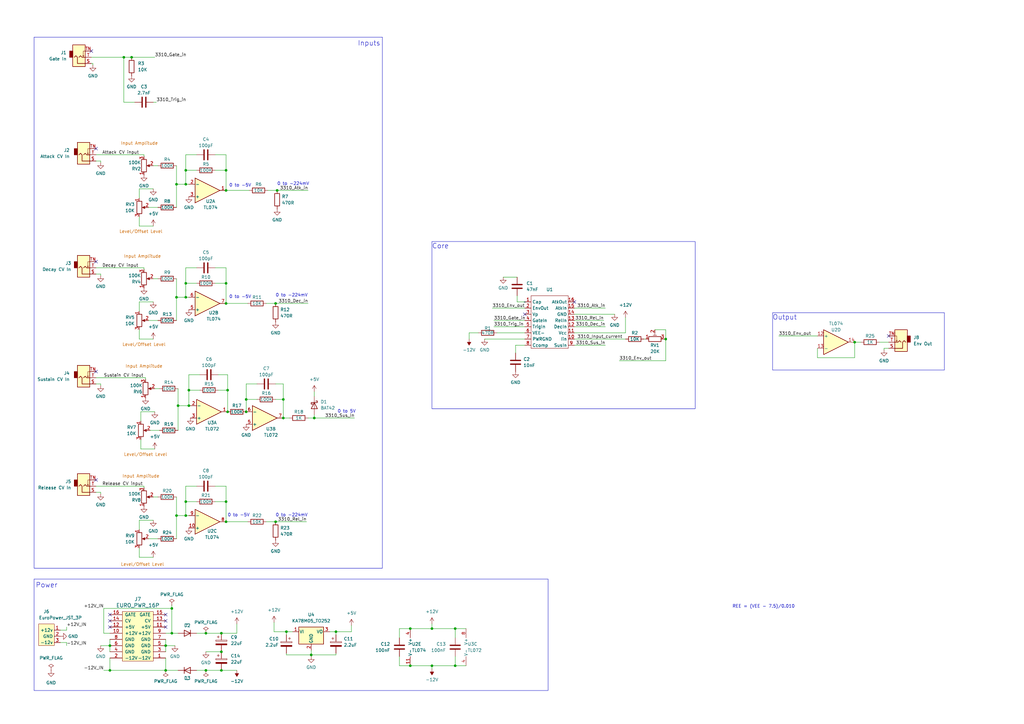
<source format=kicad_sch>
(kicad_sch (version 20230121) (generator eeschema)
  (paper "A3")
  (title_block (title "Eurorack AS3310 ADSR") (date "2024-02-07") (rev "0.1.1") (company "DIYSynthMNL") (comment 1 "This version is a prototype") (comment 2 "CV Version"))
  (lib_symbols
    (symbol "Amplifier_Operational:TL072" (pin_names (offset 0.127))
      (property "Reference" "U" (at 0 5.08 0))
      (property "Value" "TL072" (at 0 -5.08 0))
      (symbol "TL072_1_1"
        (polyline (pts (xy -5.08 5.08) (xy 5.08 0) (xy -5.08 -5.08) (xy -5.08 5.08)) (stroke (width 0.254)) (fill (type background)))
        (pin output line (at 7.62 0 180) (length 2.54) (name "~") (number "1"))
        (pin input line (at -7.62 -2.54 0) (length 2.54) (name "-") (number "2"))
        (pin input line (at -7.62 2.54 0) (length 2.54) (name "+") (number "3"))
      )
      (symbol "TL072_2_1"
        (polyline (pts (xy -5.08 5.08) (xy 5.08 0) (xy -5.08 -5.08) (xy -5.08 5.08)) (stroke (width 0.254)) (fill (type background)))
        (pin input line (at -7.62 2.54 0) (length 2.54) (name "+") (number "5"))
        (pin input line (at -7.62 -2.54 0) (length 2.54) (name "-") (number "6"))
        (pin output line (at 7.62 0 180) (length 2.54) (name "~") (number "7"))
      )
      (symbol "TL072_3_1"
        (pin power_in line (at -2.54 -7.62 90) (length 3.81) (name "V-") (number "4"))
        (pin power_in line (at -2.54 7.62 270) (length 3.81) (name "V+") (number "8"))
      )
    )
    (symbol "Amplifier_Operational:TL074" (pin_names (offset 0.127))
      (property "Reference" "U" (at 0 5.08 0))
      (property "Value" "TL074" (at 0 -5.08 0))
      (symbol "TL074_1_1"
        (polyline (pts (xy -5.08 5.08) (xy 5.08 0) (xy -5.08 -5.08) (xy -5.08 5.08)) (stroke (width 0.254)) (fill (type background)))
        (pin output line (at 7.62 0 180) (length 2.54) (name "~") (number "1"))
        (pin input line (at -7.62 -2.54 0) (length 2.54) (name "-") (number "2"))
        (pin input line (at -7.62 2.54 0) (length 2.54) (name "+") (number "3"))
      )
      (symbol "TL074_2_1"
        (polyline (pts (xy -5.08 5.08) (xy 5.08 0) (xy -5.08 -5.08) (xy -5.08 5.08)) (stroke (width 0.254)) (fill (type background)))
        (pin input line (at -7.62 2.54 0) (length 2.54) (name "+") (number "5"))
        (pin input line (at -7.62 -2.54 0) (length 2.54) (name "-") (number "6"))
        (pin output line (at 7.62 0 180) (length 2.54) (name "~") (number "7"))
      )
      (symbol "TL074_3_1"
        (polyline (pts (xy -5.08 5.08) (xy 5.08 0) (xy -5.08 -5.08) (xy -5.08 5.08)) (stroke (width 0.254)) (fill (type background)))
        (pin input line (at -7.62 2.54 0) (length 2.54) (name "+") (number "10"))
        (pin output line (at 7.62 0 180) (length 2.54) (name "~") (number "8"))
        (pin input line (at -7.62 -2.54 0) (length 2.54) (name "-") (number "9"))
      )
      (symbol "TL074_4_1"
        (polyline (pts (xy -5.08 5.08) (xy 5.08 0) (xy -5.08 -5.08) (xy -5.08 5.08)) (stroke (width 0.254)) (fill (type background)))
        (pin input line (at -7.62 2.54 0) (length 2.54) (name "+") (number "12"))
        (pin input line (at -7.62 -2.54 0) (length 2.54) (name "-") (number "13"))
        (pin output line (at 7.62 0 180) (length 2.54) (name "~") (number "14"))
      )
      (symbol "TL074_5_1"
        (pin power_in line (at -2.54 -7.62 90) (length 3.81) (name "V-") (number "11"))
        (pin power_in line (at -2.54 7.62 270) (length 3.81) (name "V+") (number "4"))
      )
    )
    (symbol "DIYSynthMNL:AS3310"
      (property "Reference" "U" (at 10.16 3.81 0))
      (symbol "AS3310_0_1"
        (rectangle (start 2.54 2.54) (end 17.78 -19.05))
      )
      (symbol "AS3310_1_1"
        (pin passive line (at 0 0 0) (length 2.54) (name "Cap") (number "1"))
        (pin input line (at 20.32 -15.24 180) (length 2.54) (name "Iin") (number "10"))
        (pin power_in line (at 20.32 -12.7 180) (length 2.54) (name "Vcc") (number "11"))
        (pin input line (at 20.32 -10.16 180) (length 2.54) (name "DecIn") (number "12"))
        (pin input line (at 20.32 -7.62 180) (length 2.54) (name "RelIn") (number "13"))
        (pin power_in line (at 20.32 -5.08 180) (length 2.54) (name "GND") (number "14"))
        (pin input line (at 20.32 -2.54 180) (length 2.54) (name "AtkIn") (number "15"))
        (pin output line (at 20.32 0 180) (length 2.54) (name "AtkOut") (number "16"))
        (pin output line (at 0 -2.54 0) (length 2.54) (name "EnvOut") (number "2"))
        (pin input line (at 0 -5.08 0) (length 2.54) (name "Vp") (number "3"))
        (pin input line (at 0 -7.62 0) (length 2.54) (name "GateIn") (number "4"))
        (pin input line (at 0 -10.16 0) (length 2.54) (name "TrigIn") (number "5"))
        (pin power_in line (at 0 -12.7 0) (length 2.54) (name "VEE-") (number "6"))
        (pin power_in line (at 0 -15.24 0) (length 2.54) (name "PWRGND") (number "7"))
        (pin passive line (at 0 -17.78 0) (length 2.54) (name "Ccomp") (number "8"))
        (pin input line (at 20.32 -17.78 180) (length 2.54) (name "SusIn") (number "9"))
      )
    )
    (symbol "DIYSynthMNL:EURO_PWR_16_PIN" (pin_names (offset 1.016))
      (property "Reference" "J" (at 0 -7.62 0))
      (property "Value" "EURO_PWR_16P" (at 0 16.51 0))
      (symbol "EURO_PWR_16_PIN_0_1"
        (rectangle (start -6.35 13.97) (end 6.35 -6.35) (fill (type background)))
      )
      (symbol "EURO_PWR_16_PIN_1_1"
        (pin power_in line (at 11.43 -5.08 180) (length 5.08) (name "-12V") (number "1"))
        (pin power_in line (at -11.43 5.08 0) (length 5.08) (name "+12V") (number "10"))
        (pin power_in line (at 11.43 7.62 180) (length 5.08) (name "+5V") (number "11"))
        (pin power_in line (at -11.43 7.62 0) (length 5.08) (name "+5V") (number "12"))
        (pin bidirectional line (at 11.43 10.16 180) (length 5.08) (name "CV") (number "13"))
        (pin bidirectional line (at -11.43 10.16 0) (length 5.08) (name "CV") (number "14"))
        (pin bidirectional line (at 11.43 12.7 180) (length 5.08) (name "GATE") (number "15"))
        (pin bidirectional line (at -11.43 12.7 0) (length 5.08) (name "GATE") (number "16"))
        (pin power_in line (at -11.43 -5.08 0) (length 5.08) (name "-12V") (number "2"))
        (pin power_in line (at 11.43 -2.54 180) (length 5.08) (name "GND") (number "3"))
        (pin power_in line (at -11.43 -2.54 0) (length 5.08) (name "GND") (number "4"))
        (pin power_in line (at 11.43 0 180) (length 5.08) (name "GND") (number "5"))
        (pin power_in line (at -11.43 0 0) (length 5.08) (name "GND") (number "6"))
        (pin power_in line (at 11.43 2.54 180) (length 5.08) (name "GND") (number "7"))
        (pin power_in line (at -11.43 2.54 0) (length 5.08) (name "GND") (number "8"))
        (pin power_in line (at 11.43 5.08 180) (length 5.08) (name "+12V") (number "9"))
      )
    )
    (symbol "DIYSynthMNL:JST_Eurorack_power_3P"
      (property "Reference" "J" (at -3.81 1.27 0))
      (property "Value" "EuroPower_JST_3P" (at -2.54 -10.16 0))
      (symbol "JST_Eurorack_power_3P_1_1"
        (rectangle (start -6.35 0) (end 0 -8.89) (fill (type background)))
        (pin power_in line (at 2.54 -2.54 180) (length 2.54) (name "+12v") (number "1"))
        (pin power_in line (at 2.54 -5.08 180) (length 2.54) (name "GND") (number "2"))
        (pin power_in line (at 2.54 -7.62 180) (length 2.54) (name "-12v") (number "3"))
      )
    )
    (symbol "DIYSynthMNL:PJ3001F"
      (property "Reference" "J" (at 0 8.89 0))
      (property "Value" "PJ3001F" (at 0 6.35 0))
      (symbol "PJ3001F_0_1"
        (rectangle (start -3.81 0) (end -2.54 -2.54) (stroke (width 0.254)) (fill (type outline)))
        (rectangle (start -2.54 3.81) (end 2.54 -5.08) (stroke (width 0.254)) (fill (type background)))
        (polyline (pts (xy 1.778 -0.254) (xy 2.032 -0.762)))
        (polyline (pts (xy 0 0) (xy 0.635 -0.635) (xy 1.27 0) (xy 2.54 0)) (stroke (width 0.254)))
        (polyline (pts (xy 2.54 -2.54) (xy 1.778 -2.54) (xy 1.778 -0.254) (xy 1.524 -0.762)))
        (polyline (pts (xy 2.54 2.54) (xy -0.635 2.54) (xy -0.635 0) (xy -1.27 -0.635) (xy -1.905 0)) (stroke (width 0.254)))
      )
      (symbol "PJ3001F_1_1"
        (pin passive line (at 5.08 2.54 180) (length 2.54) (name "~") (number "S"))
        (pin passive line (at 5.08 0 180) (length 2.54) (name "~") (number "T"))
        (pin passive line (at 5.08 -2.54 180) (length 2.54) (name "~") (number "TN"))
      )
    )
    (symbol "Device:C" (pin_numbers hide) (pin_names (offset 0.254))
      (property "Reference" "C" (at 0.635 2.54 0))
      (property "Value" "C" (at 0.635 -2.54 0))
      (symbol "C_0_1"
        (polyline (pts (xy -2.032 -0.762) (xy 2.032 -0.762)) (stroke (width 0.508)))
        (polyline (pts (xy -2.032 0.762) (xy 2.032 0.762)) (stroke (width 0.508)))
      )
      (symbol "C_1_1"
        (pin passive line (at 0 3.81 270) (length 2.794) (name "~") (number "1"))
        (pin passive line (at 0 -3.81 90) (length 2.794) (name "~") (number "2"))
      )
    )
    (symbol "Device:C_Polarized" (pin_numbers hide) (pin_names (offset 0.254))
      (property "Reference" "C" (at 0.635 2.54 0))
      (property "Value" "C_Polarized" (at 0.635 -2.54 0))
      (symbol "C_Polarized_0_1"
        (rectangle (start -2.286 0.508) (end 2.286 1.016))
        (polyline (pts (xy -1.778 2.286) (xy -0.762 2.286)))
        (polyline (pts (xy -1.27 2.794) (xy -1.27 1.778)))
        (rectangle (start 2.286 -0.508) (end -2.286 -1.016) (fill (type outline)))
      )
      (symbol "C_Polarized_1_1"
        (pin passive line (at 0 3.81 270) (length 2.794) (name "~") (number "1"))
        (pin passive line (at 0 -3.81 90) (length 2.794) (name "~") (number "2"))
      )
    )
    (symbol "Device:D" (pin_numbers hide) (pin_names (offset 1.016) hide)
      (property "Reference" "D" (at 0 2.54 0))
      (property "Value" "D" (at 0 -2.54 0))
      (symbol "D_0_1"
        (polyline (pts (xy -1.27 1.27) (xy -1.27 -1.27)) (stroke (width 0.254)))
        (polyline (pts (xy 1.27 0) (xy -1.27 0)))
        (polyline (pts (xy 1.27 1.27) (xy 1.27 -1.27) (xy -1.27 0) (xy 1.27 1.27)) (stroke (width 0.254)))
      )
      (symbol "D_1_1"
        (pin passive line (at -3.81 0 0) (length 2.54) (name "K") (number "1"))
        (pin passive line (at 3.81 0 180) (length 2.54) (name "A") (number "2"))
      )
    )
    (symbol "Device:D_Schottky" (pin_numbers hide) (pin_names (offset 1.016) hide)
      (property "Reference" "D" (at 0 2.54 0))
      (property "Value" "D_Schottky" (at 0 -2.54 0))
      (symbol "D_Schottky_0_1"
        (polyline (pts (xy 1.27 0) (xy -1.27 0)))
        (polyline (pts (xy 1.27 1.27) (xy 1.27 -1.27) (xy -1.27 0) (xy 1.27 1.27)) (stroke (width 0.254)))
        (polyline (pts (xy -1.905 0.635) (xy -1.905 1.27) (xy -1.27 1.27) (xy -1.27 -1.27) (xy -0.635 -1.27) (xy -0.635 -0.635)) (stroke (width 0.254)))
      )
      (symbol "D_Schottky_1_1"
        (pin passive line (at -3.81 0 0) (length 2.54) (name "K") (number "1"))
        (pin passive line (at 3.81 0 180) (length 2.54) (name "A") (number "2"))
      )
    )
    (symbol "Device:R" (pin_numbers hide) (pin_names (offset 0))
      (property "Reference" "R" (at 2.032 0 90))
      (property "Value" "R" (at 0 0 90))
      (symbol "R_0_1"
        (rectangle (start -1.016 -2.54) (end 1.016 2.54) (stroke (width 0.254)))
      )
      (symbol "R_1_1"
        (pin passive line (at 0 3.81 270) (length 1.27) (name "~") (number "1"))
        (pin passive line (at 0 -3.81 90) (length 1.27) (name "~") (number "2"))
      )
    )
    (symbol "Device:R_Potentiometer" (pin_names (offset 1.016) hide)
      (property "Reference" "RV" (at -4.445 0 90))
      (property "Value" "R_Potentiometer" (at -2.54 0 90))
      (symbol "R_Potentiometer_0_1"
        (polyline (pts (xy 2.54 0) (xy 1.524 0)))
        (polyline (pts (xy 1.143 0) (xy 2.286 0.508) (xy 2.286 -0.508) (xy 1.143 0)) (fill (type outline)))
        (rectangle (start 1.016 2.54) (end -1.016 -2.54) (stroke (width 0.254)))
      )
      (symbol "R_Potentiometer_1_1"
        (pin passive line (at 0 3.81 270) (length 1.27) (name "1") (number "1"))
        (pin passive line (at 3.81 0 180) (length 1.27) (name "2") (number "2"))
        (pin passive line (at 0 -3.81 90) (length 1.27) (name "3") (number "3"))
      )
    )
    (symbol "Device:R_Potentiometer_Trim" (pin_names (offset 1.016) hide)
      (property "Reference" "RV" (at -4.445 0 90))
      (property "Value" "R_Potentiometer_Trim" (at -2.54 0 90))
      (symbol "R_Potentiometer_Trim_0_1"
        (polyline (pts (xy 1.524 0.762) (xy 1.524 -0.762)))
        (polyline (pts (xy 2.54 0) (xy 1.524 0)))
        (rectangle (start 1.016 2.54) (end -1.016 -2.54) (stroke (width 0.254)))
      )
      (symbol "R_Potentiometer_Trim_1_1"
        (pin passive line (at 0 3.81 270) (length 1.27) (name "1") (number "1"))
        (pin passive line (at 3.81 0 180) (length 1.27) (name "2") (number "2"))
        (pin passive line (at 0 -3.81 90) (length 1.27) (name "3") (number "3"))
      )
    )
    (symbol "Regulator_Linear:KA78M05_TO252" (pin_names (offset 0.254))
      (property "Reference" "U" (at -3.81 3.175 0))
      (property "Value" "KA78M05_TO252" (at 0 3.175 0))
      (symbol "KA78M05_TO252_0_1"
        (rectangle (start -5.08 1.905) (end 5.08 -5.08) (stroke (width 0.254)) (fill (type background)))
      )
      (symbol "KA78M05_TO252_1_1"
        (pin power_in line (at -7.62 0 0) (length 2.54) (name "VI") (number "1"))
        (pin power_in line (at 0 -7.62 90) (length 2.54) (name "GND") (number "2"))
        (pin power_out line (at 7.62 0 180) (length 2.54) (name "VO") (number "3"))
      )
    )
    (symbol "power:+12V" (power) (pin_names (offset 0))
      (property "Value" "+12V" (at 0 3.556 0))
      (symbol "+12V_0_1"
        (polyline (pts (xy -0.762 1.27) (xy 0 2.54)))
        (polyline (pts (xy 0 0) (xy 0 2.54)))
        (polyline (pts (xy 0 2.54) (xy 0.762 1.27)))
      )
      (symbol "+12V_1_1"
        (pin power_in line (at 0 0 90) (length 0) hide (name "+12V") (number "1"))
      )
    )
    (symbol "power:+5V" (power) (pin_names (offset 0))
      (property "Value" "+5V" (at 0 3.556 0))
      (symbol "+5V_0_1"
        (polyline (pts (xy -0.762 1.27) (xy 0 2.54)))
        (polyline (pts (xy 0 0) (xy 0 2.54)))
        (polyline (pts (xy 0 2.54) (xy 0.762 1.27)))
      )
      (symbol "+5V_1_1"
        (pin power_in line (at 0 0 90) (length 0) hide (name "+5V") (number "1"))
      )
    )
    (symbol "power:-12V" (power) (pin_names (offset 0))
      (property "Value" "-12V" (at 0 3.81 0))
      (symbol "-12V_0_0"
        (pin power_in line (at 0 0 90) (length 0) hide (name "-12V") (number "1"))
      )
      (symbol "-12V_0_1"
        (polyline (pts (xy 0 0) (xy 0 1.27) (xy 0.762 1.27) (xy 0 2.54) (xy -0.762 1.27) (xy 0 1.27)) (fill (type outline)))
      )
    )
    (symbol "power:GND" (power) (pin_names (offset 0))
      (property "Value" "GND" (at 0 -3.81 0))
      (symbol "GND_0_1"
        (polyline (pts (xy 0 0) (xy 0 -1.27) (xy 1.27 -1.27) (xy 0 -2.54) (xy -1.27 -1.27) (xy 0 -1.27)))
      )
      (symbol "GND_1_1"
        (pin power_in line (at 0 0 270) (length 0) hide (name "GND") (number "1"))
      )
    )
    (symbol "power:PWR_FLAG" (power) (pin_numbers hide) (pin_names (offset 0) hide)
      (property "Value" "PWR_FLAG" (at 0 3.81 0))
      (symbol "PWR_FLAG_0_0"
        (pin power_out line (at 0 0 90) (length 0) (name "pwr") (number "1"))
      )
      (symbol "PWR_FLAG_0_1"
        (polyline (pts (xy 0 0) (xy 0 1.27) (xy -1.016 1.905) (xy 0 2.54) (xy 1.016 1.905) (xy 0 1.27)))
      )
    )
  )
  (junction (at 92.71 124.46))
  (junction (at 76.2 211.455))
  (junction (at 93.345 168.91))
  (junction (at 84.455 274.955))
  (junction (at 45.085 274.955))
  (junction (at 116.205 163.83))
  (junction (at 76.2 121.92))
  (junction (at 67.945 264.795))
  (junction (at 76.2 69.85))
  (junction (at 72.39 121.92))
  (junction (at 92.71 116.205))
  (junction (at 100.965 168.91))
  (junction (at 73.025 166.37))
  (junction (at 177.165 273.05))
  (junction (at 92.71 78.105))
  (junction (at 92.71 205.74))
  (junction (at 273.05 139.065))
  (junction (at 90.805 267.335))
  (junction (at 53.975 23.495))
  (junction (at 137.795 259.08))
  (junction (at 100.965 163.83))
  (junction (at 76.2 75.565))
  (junction (at 77.47 166.37))
  (junction (at 168.275 273.05))
  (junction (at 70.485 259.715))
  (junction (at 90.805 259.715))
  (junction (at 76.2 205.74))
  (junction (at 93.345 160.02))
  (junction (at 113.665 78.105))
  (junction (at 72.39 75.565))
  (junction (at 113.03 213.995))
  (junction (at 177.165 257.81))
  (junction (at 77.47 160.02))
  (junction (at 117.475 259.08))
  (junction (at 92.71 69.85))
  (junction (at 84.455 259.715))
  (junction (at 72.39 211.455))
  (junction (at 70.485 249.555))
  (junction (at 45.085 264.795))
  (junction (at 76.2 116.205))
  (junction (at 168.275 257.81))
  (junction (at 92.71 213.995))
  (junction (at 90.805 274.955))
  (junction (at 113.03 124.46))
  (junction (at 350.52 140.335))
  (junction (at 127.635 268.605))
  (junction (at 186.69 273.05))
  (junction (at 67.945 274.955))
  (junction (at 186.69 257.81))
  (junction (at 50.8 23.495))
  (junction (at 128.905 171.45))
  (junction (at 116.205 171.45))
  (no_connect (at 215.265 128.905))
  (no_connect (at 364.49 137.795))
  (no_connect (at 37.465 20.955))
  (no_connect (at 45.085 257.175))
  (no_connect (at 39.37 152.4))
  (no_connect (at 67.945 252.095))
  (no_connect (at 39.37 60.96))
  (no_connect (at 235.585 123.825))
  (no_connect (at 67.945 254.635))
  (no_connect (at 67.945 257.175))
  (no_connect (at 45.085 254.635))
  (no_connect (at 45.085 252.095))
  (no_connect (at 39.37 107.315))
  (no_connect (at 39.37 196.85))
  (wire (pts (xy 177.165 255.905) (xy 177.165 257.81)))
  (wire (pts (xy 92.71 213.995) (xy 92.71 205.74)))
  (wire (pts (xy 57.15 81.28) (xy 57.15 77.47)))
  (wire (pts (xy 39.37 63.5) (xy 59.055 63.5)))
  (wire (pts (xy 45.085 259.715) (xy 42.545 259.715)))
  (wire (pts (xy 235.585 133.985) (xy 248.285 133.985)))
  (wire (pts (xy 92.71 78.105) (xy 92.71 69.85)))
  (wire (pts (xy 57.785 184.15) (xy 63.5 184.15)))
  (wire (pts (xy 235.585 131.445) (xy 247.65 131.445)))
  (wire (pts (xy 198.755 139.065) (xy 215.265 139.065)))
  (wire (pts (xy 206.375 113.665) (xy 212.09 113.665)))
  (wire (pts (xy 57.15 127.635) (xy 57.15 123.825)))
  (wire (pts (xy 27.305 263.525) (xy 27.305 264.795)))
  (wire (pts (xy 24.765 258.445) (xy 27.305 258.445)))
  (wire (pts (xy 70.485 248.285) (xy 70.485 249.555)))
  (wire (pts (xy 57.15 77.47) (xy 62.865 77.47)))
  (wire (pts (xy 60.96 85.09) (xy 64.77 85.09)))
  (wire (pts (xy 92.71 205.74) (xy 88.265 205.74)))
  (wire (pts (xy 61.595 176.53) (xy 65.405 176.53)))
  (wire (pts (xy 77.47 166.37) (xy 78.105 166.37)))
  (wire (pts (xy 88.265 109.855) (xy 92.71 109.855)))
  (wire (pts (xy 67.945 262.255) (xy 67.945 264.795)))
  (wire (pts (xy 144.145 259.08) (xy 144.145 256.54)))
  (wire (pts (xy 360.68 140.335) (xy 364.49 140.335)))
  (wire (pts (xy 84.455 259.715) (xy 90.805 259.715)))
  (wire (pts (xy 350.52 146.685) (xy 350.52 140.335)))
  (wire (pts (xy 76.2 109.855) (xy 76.2 116.205)))
  (wire (pts (xy 76.2 199.39) (xy 76.2 205.74)))
  (wire (pts (xy 76.2 211.455) (xy 77.47 211.455)))
  (wire (pts (xy 90.805 274.955) (xy 97.155 274.955)))
  (wire (pts (xy 128.905 160.655) (xy 128.905 162.56)))
  (wire (pts (xy 57.785 168.91) (xy 63.5 168.91)))
  (wire (pts (xy 72.39 114.3) (xy 72.39 121.92)))
  (wire (pts (xy 80.645 199.39) (xy 76.2 199.39)))
  (wire (pts (xy 211.455 141.605) (xy 211.455 144.78)))
  (wire (pts (xy 90.805 259.715) (xy 97.155 259.715)))
  (wire (pts (xy 127.635 268.605) (xy 127.635 269.24)))
  (wire (pts (xy 72.39 211.455) (xy 76.2 211.455)))
  (wire (pts (xy 41.275 112.395) (xy 41.275 113.03)))
  (wire (pts (xy 212.09 123.825) (xy 215.265 123.825)))
  (wire (pts (xy 235.585 136.525) (xy 256.54 136.525)))
  (wire (pts (xy 273.05 135.255) (xy 273.05 139.065)))
  (wire (pts (xy 57.15 224.79) (xy 57.15 228.6)))
  (wire (pts (xy 177.165 257.81) (xy 186.69 257.81)))
  (wire (pts (xy 137.795 259.08) (xy 137.795 260.35)))
  (wire (pts (xy 57.15 139.065) (xy 62.865 139.065)))
  (wire (pts (xy 186.69 257.81) (xy 186.69 261.62)))
  (wire (pts (xy 84.455 274.955) (xy 90.805 274.955)))
  (wire (pts (xy 215.265 141.605) (xy 211.455 141.605)))
  (wire (pts (xy 81.915 153.67) (xy 77.47 153.67)))
  (wire (pts (xy 57.15 217.17) (xy 57.15 213.36)))
  (wire (pts (xy 117.475 259.08) (xy 120.015 259.08)))
  (wire (pts (xy 212.09 121.285) (xy 212.09 123.825)))
  (wire (pts (xy 109.855 78.105) (xy 113.665 78.105)))
  (wire (pts (xy 128.905 170.18) (xy 128.905 171.45)))
  (wire (pts (xy 76.2 116.205) (xy 76.2 121.92)))
  (wire (pts (xy 109.22 213.995) (xy 113.03 213.995)))
  (wire (pts (xy 92.71 124.46) (xy 101.6 124.46)))
  (wire (pts (xy 177.165 273.05) (xy 177.165 274.32)))
  (wire (pts (xy 67.945 264.795) (xy 67.945 267.335)))
  (wire (pts (xy 93.345 168.91) (xy 93.345 160.02)))
  (wire (pts (xy 50.8 41.91) (xy 55.245 41.91)))
  (wire (pts (xy 186.69 273.05) (xy 186.69 269.24)))
  (wire (pts (xy 92.71 63.5) (xy 92.71 69.85)))
  (wire (pts (xy 88.265 199.39) (xy 92.71 199.39)))
  (wire (pts (xy 72.39 75.565) (xy 72.39 85.09)))
  (wire (pts (xy 57.15 135.255) (xy 57.15 139.065)))
  (wire (pts (xy 64.135 41.91) (xy 62.865 41.91)))
  (wire (pts (xy 168.275 257.81) (xy 177.165 257.81)))
  (wire (pts (xy 72.39 67.945) (xy 72.39 75.565)))
  (wire (pts (xy 203.835 136.525) (xy 215.265 136.525)))
  (wire (pts (xy 73.025 166.37) (xy 77.47 166.37)))
  (wire (pts (xy 192.405 136.525) (xy 192.405 139.065)))
  (wire (pts (xy 113.03 157.48) (xy 116.205 157.48)))
  (wire (pts (xy 72.39 211.455) (xy 72.39 220.98)))
  (wire (pts (xy 39.37 199.39) (xy 59.055 199.39)))
  (wire (pts (xy 72.39 203.835) (xy 72.39 211.455)))
  (wire (pts (xy 67.945 264.795) (xy 71.755 264.795)))
  (wire (pts (xy 145.415 171.45) (xy 128.905 171.45)))
  (wire (pts (xy 67.945 259.715) (xy 70.485 259.715)))
  (wire (pts (xy 62.865 67.945) (xy 64.77 67.945)))
  (wire (pts (xy 168.275 273.05) (xy 177.165 273.05)))
  (wire (pts (xy 112.395 255.27) (xy 112.395 259.08)))
  (wire (pts (xy 39.37 154.94) (xy 59.69 154.94)))
  (wire (pts (xy 37.465 26.035) (xy 38.1 26.035)))
  (wire (pts (xy 168.275 257.81) (xy 163.83 257.81)))
  (wire (pts (xy 53.975 23.495) (xy 63.5 23.495)))
  (wire (pts (xy 135.255 259.08) (xy 137.795 259.08)))
  (wire (pts (xy 73.025 159.385) (xy 73.025 166.37)))
  (wire (pts (xy 105.41 157.48) (xy 100.965 157.48)))
  (wire (pts (xy 93.345 153.67) (xy 93.345 160.02)))
  (wire (pts (xy 41.275 157.48) (xy 41.275 158.115)))
  (wire (pts (xy 268.605 135.255) (xy 273.05 135.255)))
  (wire (pts (xy 73.025 166.37) (xy 73.025 176.53)))
  (wire (pts (xy 92.71 78.105) (xy 102.235 78.105)))
  (wire (pts (xy 112.395 259.08) (xy 117.475 259.08)))
  (wire (pts (xy 273.05 147.955) (xy 254 147.955)))
  (wire (pts (xy 92.71 109.855) (xy 92.71 116.205)))
  (wire (pts (xy 72.39 121.92) (xy 76.2 121.92)))
  (wire (pts (xy 350.52 140.335) (xy 353.06 140.335)))
  (wire (pts (xy 113.03 213.995) (xy 125.73 213.995)))
  (wire (pts (xy 76.2 205.74) (xy 76.2 211.455)))
  (wire (pts (xy 117.475 267.97) (xy 117.475 268.605)))
  (wire (pts (xy 60.96 220.98) (xy 64.77 220.98)))
  (wire (pts (xy 100.965 157.48) (xy 100.965 163.83)))
  (wire (pts (xy 45.085 274.955) (xy 42.545 274.955)))
  (wire (pts (xy 273.05 139.065) (xy 272.415 139.065)))
  (wire (pts (xy 76.2 75.565) (xy 77.47 75.565)))
  (wire (pts (xy 89.535 153.67) (xy 93.345 153.67)))
  (wire (pts (xy 80.645 116.205) (xy 76.2 116.205)))
  (wire (pts (xy 57.15 92.71) (xy 62.865 92.71)))
  (wire (pts (xy 24.765 263.525) (xy 27.305 263.525)))
  (wire (pts (xy 39.37 66.04) (xy 41.275 66.04)))
  (wire (pts (xy 41.275 66.04) (xy 41.275 66.675)))
  (wire (pts (xy 93.345 160.02) (xy 89.535 160.02)))
  (wire (pts (xy 39.37 109.855) (xy 59.055 109.855)))
  (wire (pts (xy 76.2 121.92) (xy 77.47 121.92)))
  (wire (pts (xy 201.93 126.365) (xy 215.265 126.365)))
  (wire (pts (xy 39.37 201.93) (xy 41.275 201.93)))
  (wire (pts (xy 38.1 26.035) (xy 38.1 26.67)))
  (wire (pts (xy 42.545 259.715) (xy 42.545 249.555)))
  (wire (pts (xy 273.05 147.955) (xy 273.05 139.065)))
  (wire (pts (xy 37.465 23.495) (xy 50.8 23.495)))
  (wire (pts (xy 80.645 205.74) (xy 76.2 205.74)))
  (wire (pts (xy 67.945 274.955) (xy 67.945 269.875)))
  (wire (pts (xy 202.565 131.445) (xy 215.265 131.445)))
  (wire (pts (xy 127.635 268.605) (xy 137.795 268.605)))
  (wire (pts (xy 92.71 69.85) (xy 88.265 69.85)))
  (wire (pts (xy 59.055 63.5) (xy 59.055 64.135)))
  (wire (pts (xy 113.03 163.83) (xy 116.205 163.83)))
  (wire (pts (xy 116.205 163.83) (xy 116.205 171.45)))
  (wire (pts (xy 72.39 121.92) (xy 72.39 131.445)))
  (wire (pts (xy 45.085 264.795) (xy 45.085 267.335)))
  (wire (pts (xy 92.71 199.39) (xy 92.71 205.74)))
  (wire (pts (xy 59.69 154.94) (xy 59.69 155.575)))
  (wire (pts (xy 80.645 69.85) (xy 76.2 69.85)))
  (wire (pts (xy 62.865 203.835) (xy 64.77 203.835)))
  (wire (pts (xy 364.49 142.875) (xy 362.585 142.875)))
  (wire (pts (xy 113.665 78.105) (xy 126.365 78.105)))
  (wire (pts (xy 59.055 199.39) (xy 59.055 200.025)))
  (wire (pts (xy 335.28 142.875) (xy 335.28 146.685)))
  (wire (pts (xy 77.47 160.02) (xy 77.47 166.37)))
  (wire (pts (xy 39.37 112.395) (xy 41.275 112.395)))
  (wire (pts (xy 41.275 201.93) (xy 41.275 202.565)))
  (wire (pts (xy 100.965 163.83) (xy 100.965 168.91)))
  (wire (pts (xy 77.47 153.67) (xy 77.47 160.02)))
  (wire (pts (xy 84.455 267.335) (xy 90.805 267.335)))
  (wire (pts (xy 70.485 249.555) (xy 70.485 259.715)))
  (wire (pts (xy 70.485 259.715) (xy 73.025 259.715)))
  (wire (pts (xy 57.15 88.9) (xy 57.15 92.71)))
  (wire (pts (xy 92.71 213.995) (xy 101.6 213.995)))
  (wire (pts (xy 163.83 273.05) (xy 168.275 273.05)))
  (wire (pts (xy 137.795 268.605) (xy 137.795 267.97)))
  (wire (pts (xy 256.54 136.525) (xy 256.54 130.175)))
  (wire (pts (xy 92.71 124.46) (xy 92.71 116.205)))
  (wire (pts (xy 88.265 63.5) (xy 92.71 63.5)))
  (wire (pts (xy 59.055 109.855) (xy 59.055 110.49)))
  (wire (pts (xy 235.585 139.065) (xy 256.54 139.065)))
  (wire (pts (xy 81.915 160.02) (xy 77.47 160.02)))
  (wire (pts (xy 264.16 139.065) (xy 264.795 139.065)))
  (wire (pts (xy 80.645 109.855) (xy 76.2 109.855)))
  (wire (pts (xy 235.585 126.365) (xy 248.285 126.365)))
  (wire (pts (xy 27.305 258.445) (xy 27.305 257.175)))
  (wire (pts (xy 196.215 136.525) (xy 192.405 136.525)))
  (wire (pts (xy 319.405 137.795) (xy 335.28 137.795)))
  (wire (pts (xy 113.03 124.46) (xy 126.365 124.46)))
  (wire (pts (xy 41.275 264.795) (xy 45.085 264.795)))
  (wire (pts (xy 117.475 260.35) (xy 117.475 259.08)))
  (wire (pts (xy 163.83 257.81) (xy 163.83 261.62)))
  (wire (pts (xy 177.165 273.05) (xy 186.69 273.05)))
  (wire (pts (xy 45.085 269.875) (xy 45.085 274.955)))
  (wire (pts (xy 60.96 131.445) (xy 64.77 131.445)))
  (wire (pts (xy 45.085 262.255) (xy 45.085 264.795)))
  (wire (pts (xy 116.205 171.45) (xy 118.745 171.45)))
  (wire (pts (xy 57.15 123.825) (xy 62.865 123.825)))
  (wire (pts (xy 57.785 180.34) (xy 57.785 184.15)))
  (wire (pts (xy 163.83 269.24) (xy 163.83 273.05)))
  (wire (pts (xy 335.28 146.685) (xy 350.52 146.685)))
  (wire (pts (xy 191.135 257.81) (xy 186.69 257.81)))
  (wire (pts (xy 191.135 273.05) (xy 186.69 273.05)))
  (wire (pts (xy 80.645 274.955) (xy 84.455 274.955)))
  (wire (pts (xy 50.8 23.495) (xy 53.975 23.495)))
  (wire (pts (xy 42.545 249.555) (xy 70.485 249.555)))
  (wire (pts (xy 116.205 157.48) (xy 116.205 163.83)))
  (wire (pts (xy 105.41 163.83) (xy 100.965 163.83)))
  (wire (pts (xy 137.795 259.08) (xy 144.145 259.08)))
  (wire (pts (xy 235.585 128.905) (xy 252.095 128.905)))
  (wire (pts (xy 92.71 116.205) (xy 88.265 116.205)))
  (wire (pts (xy 45.085 274.955) (xy 67.945 274.955)))
  (wire (pts (xy 362.585 142.875) (xy 362.585 143.51)))
  (wire (pts (xy 76.2 63.5) (xy 76.2 69.85)))
  (wire (pts (xy 109.22 124.46) (xy 113.03 124.46)))
  (wire (pts (xy 39.37 157.48) (xy 41.275 157.48)))
  (wire (pts (xy 57.15 228.6) (xy 62.865 228.6)))
  (wire (pts (xy 80.645 259.715) (xy 84.455 259.715)))
  (wire (pts (xy 73.025 274.955) (xy 67.945 274.955)))
  (wire (pts (xy 235.585 141.605) (xy 248.285 141.605)))
  (wire (pts (xy 117.475 268.605) (xy 127.635 268.605)))
  (wire (pts (xy 97.155 259.715) (xy 97.155 255.905)))
  (wire (pts (xy 127.635 266.7) (xy 127.635 268.605)))
  (wire (pts (xy 72.39 75.565) (xy 76.2 75.565)))
  (wire (pts (xy 76.2 69.85) (xy 76.2 75.565)))
  (wire (pts (xy 57.15 213.36) (xy 62.865 213.36)))
  (wire (pts (xy 128.905 171.45) (xy 126.365 171.45)))
  (wire (pts (xy 57.785 172.72) (xy 57.785 168.91)))
  (wire (pts (xy 202.565 133.985) (xy 215.265 133.985)))
  (wire (pts (xy 63.5 159.385) (xy 65.405 159.385)))
  (wire (pts (xy 80.645 63.5) (xy 76.2 63.5)))
  (wire (pts (xy 50.8 41.91) (xy 50.8 23.495)))
  (wire (pts (xy 62.865 114.3) (xy 64.77 114.3)))
  (rectangle (start 13.97 237.49) (end 224.79 283.21))
  (rectangle (start 177.165 99.06) (end 285.115 167.64))
  (rectangle (start 13.97 15.24) (end 156.845 233.045))
  (rectangle (start 316.865 128.27) (end 387.35 151.765))
  (text "0 to -224mV" (at 113.03 212.09 0) (effects (font (size 1.27 1.27)) (justify left bottom)))
  (text "Core" (at 177.165 102.235 0) (effects (font (size 2 2)) (justify left bottom)))
  (text "Level/Offset Level" (at 48.895 95.885 0) (effects (font (size 1.27 1.27)) (justify left bottom)))
  (text "Input Amplitude" (at 51.435 151.13 0) (effects (font (size 1.27 1.27)) (justify left bottom)))
  (text "0 to -224mV" (at 113.665 76.2 0) (effects (font (size 1.27 1.27)) (justify left bottom)))
  (text "REE = (VEE - 7.5)/0.010" (at 300.355 249.555 0) (effects (font (size 1.27 1.27)) (justify left bottom)))
  (text "0 to 5V" (at 138.43 169.545 0) (effects (font (size 1.27 1.27)) (justify left bottom)))
  (text "Level/Offset Level" (at 49.53 232.41 0) (effects (font (size 1.27 1.27)) (justify left bottom)))
  (text "Input Amplitude" (at 50.8 106.045 0) (effects (font (size 1.27 1.27)) (justify left bottom)))
  (text "0 to -224mV" (at 113.03 121.92 0) (effects (font (size 1.27 1.27)) (justify left bottom)))
  (text "Output" (at 316.865 131.445 0) (effects (font (size 2 2)) (justify left bottom)))
  (text "0 to -5V" (at 93.98 122.555 0) (effects (font (size 1.27 1.27)) (justify left bottom)))
  (text "Level/Offset Level" (at 50.8 187.325 0) (effects (font (size 1.27 1.27)) (justify left bottom)))
  (text "0 to -5V" (at 93.98 76.835 0) (effects (font (size 1.27 1.27)) (justify left bottom)))
  (text "Level/Offset Level" (at 50.165 142.24 0) (effects (font (size 1.27 1.27)) (justify left bottom)))
  (text "Input Amplitude" (at 49.53 59.69 0) (effects (font (size 1.27 1.27)) (justify left bottom)))
  (text "0 to -5V" (at 93.345 212.09 0) (effects (font (size 1.27 1.27)) (justify left bottom)))
  (text "Input Amplitude" (at 50.165 196.215 0) (effects (font (size 1.27 1.27)) (justify left bottom)))
  (text "Power" (at 14.605 241.3 0) (effects (font (size 2 2)) (justify left bottom)))
  (text "Inputs" (at 146.685 19.05 0) (effects (font (size 2 2)) (justify left bottom)))
  (label "-12V_IN" (at 42.545 274.955 180))
  (label "3310_Env_out" (at 201.93 126.365 0))
  (label "Decay CV input" (at 41.91 109.855 0))
  (label "3310_Trig_in" (at 202.565 133.985 0))
  (label "+12V_IN" (at 42.545 249.555 180))
  (label "3310_Env_out" (at 254 147.955 0))
  (label "-12V_IN" (at 27.305 264.795 0))
  (label "3310_Sus_in" (at 145.415 171.45 180))
  (label "Attack CV input" (at 41.91 63.5 0))
  (label "3310_Trig_in" (at 64.135 41.91 0))
  (label "3310_Sus_in" (at 248.285 141.605 180))
  (label "3310_Dec_in" (at 248.285 133.985 180))
  (label "3310_Atk_in" (at 126.365 78.105 180))
  (label "3310_Atk_in" (at 248.285 126.365 180))
  (label "+12V_IN" (at 27.305 257.175 0))
  (label "3310_Rel_in" (at 125.73 213.995 180))
  (label "Release CV input" (at 41.91 199.39 0))
  (label "3310_Rel_in" (at 247.65 131.445 180))
  (label "3310_Gate_in" (at 202.565 131.445 0))
  (label "Sustain CV input" (at 42.545 154.94 0))
  (label "3310_Dec_in" (at 126.365 124.46 180))
  (label "3310_Input_current" (at 255.27 139.065 180))
  (label "3310_Env_out" (at 319.405 137.795 0))
  (label "3310_Gate_in" (at 63.5 23.495 0))
  (symbol (lib_id "power:GND") (at 63.5 168.91 0) (unit 1)
    (property "Reference" "#PWR025" (effects hide))
    (property "Value" "GND" (at 63.5 173.355 0))
  )
  (symbol (lib_id "Device:R") (at 85.725 160.02 90) (unit 1)
    (property "Reference" "R15" (at 85.725 157.48 90))
    (property "Value" "100K" (at 85.725 160.02 90))
  )
  (symbol (lib_id "power:GND") (at 59.055 71.755 0) (unit 1)
    (property "Reference" "#PWR04" (effects hide))
    (property "Value" "GND" (at 59.055 76.2 0))
  )
  (symbol (lib_id "power:GND") (at 24.765 260.985 90) (unit 1)
    (property "Reference" "#PWR039" (effects hide))
    (property "Value" "GND" (at 27.94 260.985 90) (effects (justify right)))
  )
  (symbol (lib_id "power:GND") (at 127.635 269.24 0) (unit 1)
    (property "Reference" "#PWR043" (effects hide))
    (property "Value" "GND" (at 127.635 273.685 0))
  )
  (symbol (lib_id "power:GND") (at 113.03 221.615 0) (unit 1)
    (property "Reference" "#PWR033" (effects hide))
    (property "Value" "GND" (at 113.03 226.06 0))
  )
  (symbol (lib_id "power:+5V") (at 63.5 184.15 0) (unit 1)
    (property "Reference" "#PWR028" (effects hide))
    (property "Value" "+5V" (at 63.5 179.07 0))
  )
  (symbol (lib_id "Regulator_Linear:KA78M05_TO252") (at 127.635 259.08 0) (unit 1)
    (property "Reference" "U4" (at 127.635 252.095 0))
    (property "Value" "KA78M05_TO252" (at 127.635 254.635 0))
    (property "Footprint" "Package_TO_SOT_SMD:TO-252-2" (effects hide))
    (property "Datasheet" "https://www.onsemi.com/pub/Collateral/MC78M00-D.PDF" (effects hide))
  )
  (symbol (lib_id "DIYSynthMNL:PJ3001F") (at 369.57 140.335 180) (unit 1)
    (property "Reference" "J8" (at 374.65 138.43 0) (effects (justify right)))
    (property "Value" "Env Out" (at 374.65 140.97 0) (effects (justify right)))
    (property "Footprint" "DIYSynthMNL:AudioJack_3.5mm_long_pads" (effects hide))
  )
  (symbol (lib_id "power:GND") (at 198.755 139.065 0) (unit 1)
    (property "Reference" "#PWR019" (effects hide))
    (property "Value" "GND" (at 198.755 143.51 0))
  )
  (symbol (lib_id "power:-12V") (at 97.155 274.955 180) (unit 1)
    (property "Reference" "#PWR046" (effects hide))
    (property "Value" "-12V" (at 97.155 279.4 0))
  )
  (symbol (lib_id "Device:R") (at 68.58 67.945 90) (unit 1)
    (property "Reference" "R4" (at 68.58 65.405 90))
    (property "Value" "100K" (at 68.58 67.945 90))
  )
  (symbol (lib_id "Device:R") (at 109.22 163.83 90) (unit 1)
    (property "Reference" "R16" (at 109.22 161.29 90))
    (property "Value" "100K" (at 109.22 163.83 90))
  )
  (symbol (lib_id "power:GND") (at 100.965 173.99 0) (unit 1)
    (property "Reference" "#PWR027" (effects hide))
    (property "Value" "GND" (at 100.965 178.435 0))
  )
  (symbol (lib_id "DIYSynthMNL:EURO_PWR_16_PIN") (at 56.515 264.795 0) (unit 1)
    (property "Reference" "J7" (at 56.515 245.745 0) (effects (font (size 1.524 1.524))))
    (property "Value" "EURO_PWR_16P" (at 56.515 248.285 0) (effects (font (size 1.524 1.524))))
    (property "Footprint" "DIYSynthMNL:IDC-Header_2x08_P2.54mm_Vertical" (effects hide))
  )
  (symbol (lib_id "power:PWR_FLAG") (at 70.485 248.285 0) (unit 1)
    (property "Reference" "#FLG01" (effects hide))
    (property "Value" "PWR_FLAG" (at 70.485 243.84 0))
  )
  (symbol (lib_id "Device:R") (at 356.87 140.335 90) (unit 1)
    (property "Reference" "R25" (at 356.87 137.795 90))
    (property "Value" "1K" (at 356.87 140.335 90))
  )
  (symbol (lib_id "power:PWR_FLAG") (at 20.955 274.955 0) (unit 1)
    (property "Reference" "#FLG03" (effects hide))
    (property "Value" "PWR_FLAG" (at 20.955 269.875 0))
  )
  (symbol (lib_id "power:+5V") (at 62.865 139.065 0) (unit 1)
    (property "Reference" "#PWR017" (effects hide))
    (property "Value" "+5V" (at 62.865 133.985 0))
  )
  (symbol (lib_id "Device:R") (at 113.665 81.915 180) (unit 1)
    (property "Reference" "R7" (at 115.57 80.645 0) (effects (justify right)))
    (property "Value" "470R" (at 115.57 83.185 0) (effects (justify right)))
  )
  (symbol (lib_id "Device:D_Schottky") (at 128.905 166.37 270) (unit 1)
    (property "Reference" "D1" (at 131.445 164.7825 90) (effects (justify left)))
    (property "Value" "BAT42" (at 131.445 167.3225 90) (effects (justify left)))
  )
  (symbol (lib_id "Device:R") (at 260.35 139.065 90) (unit 1)
    (property "Reference" "R2" (at 260.35 136.525 90))
    (property "Value" "10K" (at 260.35 139.065 90))
  )
  (symbol (lib_id "Device:C") (at 59.055 41.91 90) (unit 1)
    (property "Reference" "C3" (at 59.055 35.56 90))
    (property "Value" "2.7nF" (at 59.055 38.1 90))
  )
  (symbol (lib_id "power:+12V") (at 177.165 255.905 0) (unit 1)
    (property "Reference" "#PWR037" (effects hide))
    (property "Value" "+12V" (at 177.165 250.825 0))
  )
  (symbol (lib_id "power:GND") (at 84.455 267.335 0) (unit 1)
    (property "Reference" "#PWR042" (effects hide))
    (property "Value" "GND" (at 84.455 271.78 0))
  )
  (symbol (lib_id "Device:C_Polarized") (at 90.805 263.525 0) (unit 1)
    (property "Reference" "C9" (at 94.615 261.366 0) (effects (justify left)))
    (property "Value" "22uF" (at 94.615 263.906 0) (effects (justify left)))
    (property "Footprint" "DIYSynthMNL:CP_Radial_D4.0mm_P1.50mm" (effects hide))
  )
  (symbol (lib_id "power:GND") (at 206.375 113.665 0) (unit 1)
    (property "Reference" "#PWR010" (effects hide))
    (property "Value" "GND" (at 206.375 118.11 0))
  )
  (symbol (lib_id "power:GND") (at 53.975 31.115 0) (unit 1)
    (property "Reference" "#PWR02" (effects hide))
    (property "Value" "GND" (at 53.975 35.56 0))
  )
  (symbol (lib_id "DIYSynthMNL:PJ3001F") (at 34.29 109.855 0) (mirror x) (unit 1)
    (property "Reference" "J3" (at 29.21 107.95 0) (effects (justify right)))
    (property "Value" "Decay CV In" (at 29.21 110.49 0) (effects (justify right)))
    (property "Footprint" "DIYSynthMNL:AudioJack_3.5mm_long_pads" (effects hide))
  )
  (symbol (lib_id "power:+5V") (at 144.145 256.54 0) (unit 1)
    (property "Reference" "#PWR038" (effects hide))
    (property "Value" "+5V" (at 144.145 251.46 0))
  )
  (symbol (lib_id "power:GND") (at 59.055 118.11 0) (unit 1)
    (property "Reference" "#PWR011" (effects hide))
    (property "Value" "GND" (at 59.055 122.555 0))
  )
  (symbol (lib_id "Amplifier_Operational:TL074") (at 85.09 124.46 0) (mirror x) (unit 2)
    (property "Reference" "U2" (at 87.63 128.27 0))
    (property "Value" "TL074" (at 87.63 130.81 0))
    (property "Datasheet" "http://www.ti.com/lit/ds/symlink/tl071.pdf" (effects hide))
  )
  (symbol (lib_id "Device:R") (at 106.045 78.105 90) (unit 1)
    (property "Reference" "R6" (at 106.045 75.565 90))
    (property "Value" "10K" (at 106.045 78.105 90))
  )
  (symbol (lib_id "power:+12V") (at 256.54 130.175 0) (unit 1)
    (property "Reference" "#PWR015" (effects hide))
    (property "Value" "+12V" (at 256.54 125.095 0))
  )
  (symbol (lib_id "Device:C") (at 84.455 109.855 90) (unit 1)
    (property "Reference" "C5" (at 84.455 103.505 90))
    (property "Value" "100pF" (at 84.455 106.045 90))
  )
  (symbol (lib_id "Device:R") (at 97.155 168.91 90) (unit 1)
    (property "Reference" "R17" (at 97.155 166.37 90))
    (property "Value" "100K" (at 97.155 168.91 90))
  )
  (symbol (lib_id "Device:R") (at 68.58 114.3 90) (unit 1)
    (property "Reference" "R9" (at 68.58 111.76 90))
    (property "Value" "100K" (at 68.58 114.3 90))
  )
  (symbol (lib_id "Device:D") (at 76.835 259.715 180) (unit 1)
    (property "Reference" "D2" (at 76.835 256.54 0))
    (property "Value" "~" (at 76.835 255.905 0))
    (property "Footprint" "DIYSynthMNL:D_DO-41_SOD81_P7.62mm_Horizontal_BigPads" (effects hide))
    (property "Sim.Device" "D" (effects hide))
    (property "Sim.Pins" "1=K 2=A" (effects hide))
  )
  (symbol (lib_id "power:-12V") (at 192.405 139.065 180) (unit 1)
    (property "Reference" "#PWR018" (effects hide))
    (property "Value" "-12V" (at 192.405 143.51 0))
  )
  (symbol (lib_id "Amplifier_Operational:TL072") (at 108.585 171.45 0) (mirror x) (unit 2)
    (property "Reference" "U3" (at 111.125 175.895 0))
    (property "Value" "TL072" (at 111.125 178.435 0))
    (property "Datasheet" "http://www.ti.com/lit/ds/symlink/tl071.pdf" (effects hide))
  )
  (symbol (lib_id "Device:D") (at 76.835 274.955 0) (mirror x) (unit 1)
    (property "Reference" "D3" (at 76.835 278.13 0))
    (property "Value" "~" (at 76.835 278.765 0))
    (property "Footprint" "DIYSynthMNL:D_DO-41_SOD81_P7.62mm_Horizontal_BigPads" (effects hide))
    (property "Sim.Device" "D" (effects hide))
    (property "Sim.Pins" "1=K 2=A" (effects hide))
  )
  (symbol (lib_id "DIYSynthMNL:AS3310") (at 215.265 123.825 0) (unit 1)
    (property "Reference" "U1" (at 225.425 118.745 0))
    (property "Value" "~" (at 215.265 123.825 0))
  )
  (symbol (lib_id "power:GND") (at 20.955 274.955 0) (unit 1)
    (property "Reference" "#PWR045" (effects hide))
    (property "Value" "GND" (at 20.955 280.035 0))
  )
  (symbol (lib_id "Device:R_Potentiometer") (at 59.055 114.3 0) (mirror x) (unit 1)
    (property "Reference" "RV4" (at 57.785 115.57 0) (effects (justify right)))
    (property "Value" "100K" (at 57.785 113.03 0) (effects (justify right)))
  )
  (symbol (lib_id "Device:R") (at 84.455 116.205 90) (unit 1)
    (property "Reference" "R10" (at 84.455 113.665 90))
    (property "Value" "100K" (at 84.455 116.205 90))
  )
  (symbol (lib_id "power:PWR_FLAG") (at 84.455 274.955 180) (unit 1)
    (property "Reference" "#FLG05" (effects hide))
    (property "Value" "PWR_FLAG" (at 84.455 279.4 0))
  )
  (symbol (lib_id "Device:R") (at 113.03 128.27 180) (unit 1)
    (property "Reference" "R12" (at 114.935 127 0) (effects (justify right)))
    (property "Value" "470R" (at 114.935 129.54 0) (effects (justify right)))
  )
  (symbol (lib_id "power:PWR_FLAG") (at 67.945 274.955 180) (unit 1)
    (property "Reference" "#FLG04" (effects hide))
    (property "Value" "PWR_FLAG" (at 67.945 279.4 0))
  )
  (symbol (lib_id "Device:R") (at 105.41 124.46 90) (unit 1)
    (property "Reference" "R11" (at 105.41 121.92 90))
    (property "Value" "10K" (at 105.41 124.46 90))
  )
  (symbol (lib_id "Device:R") (at 69.215 159.385 90) (unit 1)
    (property "Reference" "R14" (at 69.215 156.845 90))
    (property "Value" "100K" (at 69.215 159.385 90))
  )
  (symbol (lib_id "power:GND") (at 41.275 202.565 0) (unit 1)
    (property "Reference" "#PWR029" (effects hide))
    (property "Value" "GND" (at 41.275 207.01 0))
  )
  (symbol (lib_id "power:GND") (at 362.585 143.51 0) (mirror y) (unit 1)
    (property "Reference" "#PWR020" (effects hide))
    (property "Value" "GND" (at 362.585 147.955 0))
  )
  (symbol (lib_id "Amplifier_Operational:TL072") (at 85.725 168.91 0) (mirror x) (unit 1)
    (property "Reference" "U3" (at 86.995 173.355 0))
    (property "Value" "TL072" (at 86.995 175.895 0))
    (property "Datasheet" "http://www.ti.com/lit/ds/symlink/tl071.pdf" (effects hide))
  )
  (symbol (lib_id "power:GND") (at 78.105 171.45 0) (unit 1)
    (property "Reference" "#PWR026" (effects hide))
    (property "Value" "GND" (at 78.105 175.895 0))
  )
  (symbol (lib_id "power:GND") (at 211.455 152.4 0) (unit 1)
    (property "Reference" "#PWR021" (effects hide))
    (property "Value" "GND" (at 211.455 156.845 0))
  )
  (symbol (lib_id "Device:R_Potentiometer") (at 57.15 220.98 0) (unit 1)
    (property "Reference" "RV9" (at 55.245 219.71 0) (effects (justify right)))
    (property "Value" "10K" (at 55.245 222.25 0) (effects (justify right)))
  )
  (symbol (lib_id "power:GND") (at 59.055 207.645 0) (unit 1)
    (property "Reference" "#PWR030" (effects hide))
    (property "Value" "GND" (at 59.055 212.09 0))
  )
  (symbol (lib_id "power:GND") (at 41.275 264.795 0) (unit 1)
    (property "Reference" "#PWR040" (effects hide))
    (property "Value" "GND" (at 41.275 269.24 0))
  )
  (symbol (lib_id "Device:R") (at 84.455 69.85 90) (unit 1)
    (property "Reference" "R5" (at 84.455 67.31 90))
    (property "Value" "100K" (at 84.455 69.85 90))
  )
  (symbol (lib_id "power:GND") (at 62.865 213.36 0) (unit 1)
    (property "Reference" "#PWR031" (effects hide))
    (property "Value" "GND" (at 62.865 217.805 0))
  )
  (symbol (lib_id "power:GND") (at 71.755 264.795 0) (unit 1)
    (property "Reference" "#PWR041" (effects hide))
    (property "Value" "GND" (at 71.755 269.24 0))
  )
  (symbol (lib_id "Device:R_Potentiometer") (at 59.69 159.385 0) (mirror x) (unit 1)
    (property "Reference" "RV6" (at 58.42 160.655 0) (effects (justify right)))
    (property "Value" "100K" (at 58.42 158.115 0) (effects (justify right)))
  )
  (symbol (lib_id "Amplifier_Operational:TL074") (at 85.09 78.105 0) (mirror x) (unit 1)
    (property "Reference" "U2" (at 86.36 82.55 0))
    (property "Value" "TL074" (at 86.36 85.09 0))
    (property "Datasheet" "http://www.ti.com/lit/ds/symlink/tl071.pdf" (effects hide))
  )
  (symbol (lib_id "Device:R_Potentiometer") (at 57.785 176.53 0) (unit 1)
    (property "Reference" "RV7" (at 55.88 175.26 0) (effects (justify right)))
    (property "Value" "10K" (at 55.88 177.8 0) (effects (justify right)))
  )
  (symbol (lib_id "power:GND") (at 62.865 123.825 0) (unit 1)
    (property "Reference" "#PWR012" (effects hide))
    (property "Value" "GND" (at 62.865 128.27 0))
  )
  (symbol (lib_id "Device:R") (at 200.025 136.525 90) (unit 1)
    (property "Reference" "R1" (at 200.025 134.62 90))
    (property "Value" "470R" (at 200.025 136.525 90))
  )
  (symbol (lib_id "Amplifier_Operational:TL074") (at 342.9 140.335 0) (unit 4)
    (property "Reference" "U2" (at 342.9 135.255 0))
    (property "Value" "TL074" (at 342.9 132.715 0))
    (property "Datasheet" "http://www.ti.com/lit/ds/symlink/tl071.pdf" (effects hide))
  )
  (symbol (lib_id "DIYSynthMNL:PJ3001F") (at 34.29 63.5 0) (mirror x) (unit 1)
    (property "Reference" "J2" (at 28.575 61.595 0) (effects (justify right)))
    (property "Value" "Attack CV In" (at 28.575 64.135 0) (effects (justify right)))
    (property "Footprint" "DIYSynthMNL:AudioJack_3.5mm_long_pads" (effects hide))
  )
  (symbol (lib_id "power:GND") (at 41.275 158.115 0) (unit 1)
    (property "Reference" "#PWR022" (effects hide))
    (property "Value" "GND" (at 41.275 162.56 0))
  )
  (symbol (lib_id "Device:R") (at 84.455 205.74 90) (unit 1)
    (property "Reference" "R21" (at 84.455 203.2 90))
    (property "Value" "100K" (at 84.455 205.74 90))
  )
  (symbol (lib_id "Amplifier_Operational:TL072") (at 193.675 265.43 0) (unit 3)
    (property "Reference" "U3" (at 191.77 264.16 0) (effects (justify left)))
    (property "Value" "TL072" (at 191.77 266.7 0) (effects (justify left)))
    (property "Datasheet" "http://www.ti.com/lit/ds/symlink/tl071.pdf" (effects hide))
  )
  (symbol (lib_id "Device:C") (at 163.83 265.43 0) (mirror y) (unit 1)
    (property "Reference" "C12" (at 160.02 264.16 0) (effects (justify left)))
    (property "Value" "100nF" (at 160.02 266.7 0) (effects (justify left)))
  )
  (symbol (lib_id "Device:R") (at 68.58 131.445 90) (unit 1)
    (property "Reference" "R13" (at 68.58 128.905 90))
    (property "Value" "100K" (at 68.58 131.445 90))
  )
  (symbol (lib_id "power:GND") (at 77.47 216.535 0) (unit 1)
    (property "Reference" "#PWR032" (effects hide))
    (property "Value" "GND" (at 77.47 220.98 0))
  )
  (symbol (lib_id "power:-12V") (at 177.165 274.32 180) (unit 1)
    (property "Reference" "#PWR044" (effects hide))
    (property "Value" "-12V" (at 177.165 278.765 0))
  )
  (symbol (lib_id "Device:R") (at 69.215 176.53 90) (unit 1)
    (property "Reference" "R19" (at 69.215 173.99 90))
    (property "Value" "100K" (at 69.215 176.53 90))
  )
  (symbol (lib_id "Device:C") (at 84.455 63.5 90) (unit 1)
    (property "Reference" "C4" (at 84.455 57.15 90))
    (property "Value" "100pF" (at 84.455 59.69 90))
  )
  (symbol (lib_id "power:GND") (at 252.095 128.905 0) (unit 1)
    (property "Reference" "#PWR014" (effects hide))
    (property "Value" "GND" (at 252.095 133.35 0))
  )
  (symbol (lib_id "Device:R") (at 122.555 171.45 90) (unit 1)
    (property "Reference" "R18" (at 122.555 168.91 90))
    (property "Value" "1K" (at 122.555 171.45 90))
  )
  (symbol (lib_id "power:GND") (at 77.47 80.645 0) (unit 1)
    (property "Reference" "#PWR06" (effects hide))
    (property "Value" "GND" (at 77.47 85.09 0))
  )
  (symbol (lib_id "DIYSynthMNL:PJ3001F") (at 32.385 23.495 0) (mirror x) (unit 1)
    (property "Reference" "J1" (at 27.305 21.59 0) (effects (justify right)))
    (property "Value" "Gate In" (at 27.305 24.13 0) (effects (justify right)))
    (property "Footprint" "DIYSynthMNL:AudioJack_3.5mm_long_pads" (effects hide))
  )
  (symbol (lib_id "Device:R_Potentiometer") (at 57.15 131.445 0) (unit 1)
    (property "Reference" "RV5" (at 55.245 130.175 0) (effects (justify right)))
    (property "Value" "10K" (at 55.245 132.715 0) (effects (justify right)))
  )
  (symbol (lib_id "power:GND") (at 62.865 77.47 0) (unit 1)
    (property "Reference" "#PWR05" (effects hide))
    (property "Value" "GND" (at 62.865 81.915 0))
  )
  (symbol (lib_id "Device:R") (at 68.58 85.09 90) (unit 1)
    (property "Reference" "R8" (at 68.58 82.55 90))
    (property "Value" "100K" (at 68.58 85.09 90))
  )
  (symbol (lib_id "Device:R") (at 105.41 213.995 90) (unit 1)
    (property "Reference" "R22" (at 105.41 211.455 90))
    (property "Value" "10K" (at 105.41 213.995 90))
  )
  (symbol (lib_id "Device:R_Potentiometer") (at 59.055 67.945 0) (mirror x) (unit 1)
    (property "Reference" "RV2" (at 57.785 69.215 0) (effects (justify right)))
    (property "Value" "100K" (at 57.785 66.675 0) (effects (justify right)))
  )
  (symbol (lib_id "Device:C") (at 186.69 265.43 0) (mirror y) (unit 1)
    (property "Reference" "C13" (at 182.88 264.16 0) (effects (justify left)))
    (property "Value" "100nF" (at 182.88 266.7 0) (effects (justify left)))
  )
  (symbol (lib_id "power:+5V") (at 62.865 228.6 0) (unit 1)
    (property "Reference" "#PWR034" (effects hide))
    (property "Value" "+5V" (at 62.865 223.52 0))
  )
  (symbol (lib_id "Device:C_Polarized") (at 137.795 264.16 0) (unit 1)
    (property "Reference" "C11" (at 140.97 262.001 0) (effects (justify left)))
    (property "Value" "2.2uF" (at 140.97 264.541 0) (effects (justify left)))
  )
  (symbol (lib_id "power:+12V") (at 97.155 255.905 0) (unit 1)
    (property "Reference" "#PWR036" (effects hide))
    (property "Value" "+12V" (at 97.155 250.825 0))
  )
  (symbol (lib_id "power:GND") (at 38.1 26.67 0) (unit 1)
    (property "Reference" "#PWR01" (effects hide))
    (property "Value" "GND" (at 38.1 31.115 0))
  )
  (symbol (lib_id "power:GND") (at 113.03 132.08 0) (unit 1)
    (property "Reference" "#PWR016" (effects hide))
    (property "Value" "GND" (at 113.03 136.525 0))
  )
  (symbol (lib_id "power:+5V") (at 62.865 92.71 0) (unit 1)
    (property "Reference" "#PWR08" (effects hide))
    (property "Value" "+5V" (at 62.865 87.63 0))
  )
  (symbol (lib_id "Device:C_Polarized") (at 117.475 264.16 0) (mirror y) (unit 1)
    (property "Reference" "C10" (at 114.3 262.001 0) (effects (justify left)))
    (property "Value" "2.2uF" (at 114.3 264.541 0) (effects (justify left)))
  )
  (symbol (lib_id "power:GND") (at 77.47 127 0) (unit 1)
    (property "Reference" "#PWR013" (effects hide))
    (property "Value" "GND" (at 77.47 131.445 0))
  )
  (symbol (lib_id "Device:R") (at 68.58 220.98 90) (unit 1)
    (property "Reference" "R24" (at 68.58 218.44 90))
    (property "Value" "100K" (at 68.58 220.98 90))
  )
  (symbol (lib_id "power:GND") (at 41.275 113.03 0) (unit 1)
    (property "Reference" "#PWR09" (effects hide))
    (property "Value" "GND" (at 41.275 117.475 0))
  )
  (symbol (lib_id "Device:R_Potentiometer") (at 59.055 203.835 0) (mirror x) (unit 1)
    (property "Reference" "RV8" (at 57.785 205.105 0) (effects (justify right)))
    (property "Value" "100K" (at 57.785 202.565 0) (effects (justify right)))
  )
  (symbol (lib_id "DIYSynthMNL:JST_Eurorack_power_3P") (at 22.225 255.905 0) (unit 1)
    (property "Reference" "J6" (at 19.05 250.825 0))
    (property "Value" "EuroPower_JST_3P" (at 24.765 253.365 0))
    (property "Footprint" "DIYSynthMNL:Eurorack_power_jst_3P" (effects hide))
  )
  (symbol (lib_id "Device:C") (at 85.725 153.67 90) (unit 1)
    (property "Reference" "C6" (at 85.725 147.32 90))
    (property "Value" "100pF" (at 85.725 149.86 90))
  )
  (symbol (lib_id "Device:C") (at 84.455 199.39 90) (unit 1)
    (property "Reference" "C8" (at 84.455 193.04 90))
    (property "Value" "100pF" (at 84.455 195.58 90))
  )
  (symbol (lib_id "Device:R_Potentiometer") (at 57.15 85.09 0) (unit 1)
    (property "Reference" "RV3" (at 55.245 83.82 0) (effects (justify right)))
    (property "Value" "10K" (at 55.245 86.36 0) (effects (justify right)))
  )
  (symbol (lib_id "Device:R") (at 113.03 217.805 180) (unit 1)
    (property "Reference" "R23" (at 114.935 216.535 0) (effects (justify right)))
    (property "Value" "470R" (at 114.935 219.075 0) (effects (justify right)))
  )
  (symbol (lib_id "Amplifier_Operational:TL074") (at 85.09 213.995 0) (mirror x) (unit 3)
    (property "Reference" "U2" (at 86.995 217.805 0))
    (property "Value" "TL074" (at 86.995 220.345 0))
    (property "Datasheet" "http://www.ti.com/lit/ds/symlink/tl071.pdf" (effects hide))
  )
  (symbol (lib_id "DIYSynthMNL:PJ3001F") (at 34.29 154.94 0) (mirror x) (unit 1)
    (property "Reference" "J4" (at 28.575 153.035 0) (effects (justify right)))
    (property "Value" "Sustain CV In" (at 28.575 155.575 0) (effects (justify right)))
    (property "Footprint" "DIYSynthMNL:AudioJack_3.5mm_long_pads" (effects hide))
  )
  (symbol (lib_id "power:+12V") (at 112.395 255.27 0) (unit 1)
    (property "Reference" "#PWR035" (effects hide))
    (property "Value" "+12V" (at 112.395 250.19 0))
  )
  (symbol (lib_id "power:GND") (at 113.665 85.725 0) (unit 1)
    (property "Reference" "#PWR07" (effects hide))
    (property "Value" "GND" (at 113.665 90.17 0))
  )
  (symbol (lib_id "Device:C") (at 109.22 157.48 90) (unit 1)
    (property "Reference" "C7" (at 109.22 151.13 90))
    (property "Value" "100pF" (at 109.22 153.67 90))
  )
  (symbol (lib_id "power:PWR_FLAG") (at 84.455 259.715 0) (unit 1)
    (property "Reference" "#FLG02" (effects hide))
    (property "Value" "PWR_FLAG" (at 84.455 255.27 0))
  )
  (symbol (lib_id "Device:R") (at 68.58 203.835 90) (unit 1)
    (property "Reference" "R20" (at 68.58 201.295 90))
    (property "Value" "100K" (at 68.58 203.835 90))
  )
  (symbol (lib_id "power:+5V") (at 128.905 160.655 0) (unit 1)
    (property "Reference" "#PWR023" (effects hide))
    (property "Value" "+5V" (at 128.905 155.575 0))
  )
  (symbol (lib_id "Amplifier_Operational:TL074") (at 165.735 265.43 0) (mirror y) (unit 5)
    (property "Reference" "U2" (at 168.91 264.16 0) (effects (justify right)))
    (property "Value" "TL074" (at 168.91 266.7 0) (effects (justify right)))
    (property "Datasheet" "http://www.ti.com/lit/ds/symlink/tl071.pdf" (effects hide))
  )
  (symbol (lib_id "power:GND") (at 41.275 66.675 0) (unit 1)
    (property "Reference" "#PWR03" (effects hide))
    (property "Value" "GND" (at 41.275 71.12 0))
  )
  (symbol (lib_id "Device:R") (at 53.975 27.305 0) (unit 1)
    (property "Reference" "R3" (at 56.515 26.035 0) (effects (justify left)))
    (property "Value" "10K" (at 56.515 28.575 0) (effects (justify left)))
  )
  (symbol (lib_id "Device:R_Potentiometer_Trim") (at 268.605 139.065 90) (unit 1)
    (property "Reference" "RV1" (at 266.7 141.605 90) (effects (justify right)))
    (property "Value" "20K" (at 266.7 144.145 90) (effects (justify right)))
  )
  (symbol (lib_id "Device:C") (at 211.455 148.59 0) (unit 1)
    (property "Reference" "C2" (at 214.63 147.32 0) (effects (justify left)))
    (property "Value" "10nF" (at 214.63 149.86 0) (effects (justify left)))
  )
  (symbol (lib_id "Device:C_Polarized") (at 90.805 271.145 0) (unit 1)
    (property "Reference" "C14" (at 94.615 268.986 0) (effects (justify left)))
    (property "Value" "22uF" (at 94.615 271.526 0) (effects (justify left)))
    (property "Footprint" "DIYSynthMNL:CP_Radial_D4.0mm_P1.50mm" (effects hide))
  )
  (symbol (lib_id "Device:C") (at 212.09 117.475 0) (unit 1)
    (property "Reference" "C1" (at 215.9 116.205 0) (effects (justify left)))
    (property "Value" "47nF" (at 215.9 118.745 0) (effects (justify left)))
  )
  (symbol (lib_id "DIYSynthMNL:PJ3001F") (at 34.29 199.39 0) (mirror x) (unit 1)
    (property "Reference" "J5" (at 29.21 197.485 0) (effects (justify right)))
    (property "Value" "Release CV In" (at 29.21 200.025 0) (effects (justify right)))
    (property "Footprint" "DIYSynthMNL:AudioJack_3.5mm_long_pads" (effects hide))
  )
  (symbol (lib_id "power:GND") (at 59.69 163.195 0) (unit 1)
    (property "Reference" "#PWR024" (effects hide))
    (property "Value" "GND" (at 59.69 167.64 0))
  )
)
</source>
